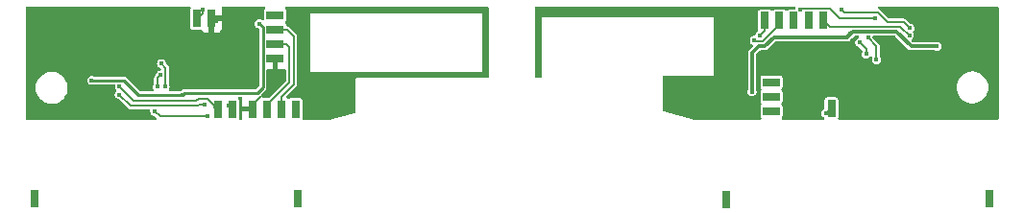
<source format=gbr>
%TF.GenerationSoftware,KiCad,Pcbnew,8.0.1*%
%TF.CreationDate,2024-08-12T12:56:14+02:00*%
%TF.ProjectId,Test_NH,54657374-5f4e-4482-9e6b-696361645f70,rev?*%
%TF.SameCoordinates,Original*%
%TF.FileFunction,Copper,L2,Bot*%
%TF.FilePolarity,Positive*%
%FSLAX46Y46*%
G04 Gerber Fmt 4.6, Leading zero omitted, Abs format (unit mm)*
G04 Created by KiCad (PCBNEW 8.0.1) date 2024-08-12 12:56:14*
%MOMM*%
%LPD*%
G01*
G04 APERTURE LIST*
%TA.AperFunction,ComponentPad*%
%ADD10R,0.900000X0.500000*%
%TD*%
%TA.AperFunction,SMDPad,CuDef*%
%ADD11R,0.800000X1.524000*%
%TD*%
%TA.AperFunction,SMDPad,CuDef*%
%ADD12R,1.524000X0.800000*%
%TD*%
%TA.AperFunction,ViaPad*%
%ADD13C,0.400000*%
%TD*%
%TA.AperFunction,Conductor*%
%ADD14C,0.200000*%
%TD*%
%TA.AperFunction,Conductor*%
%ADD15C,0.400000*%
%TD*%
%TA.AperFunction,Conductor*%
%ADD16C,0.300000*%
%TD*%
%TA.AperFunction,Conductor*%
%ADD17C,0.250000*%
%TD*%
G04 APERTURE END LIST*
D10*
%TO.P,AE1,2,Shield*%
%TO.N,GND*%
X132455000Y-104487500D03*
%TD*%
%TO.P,AE2,2,Shield*%
%TO.N,GND*%
X166140000Y-99140000D03*
%TD*%
D11*
%TO.P,J6,1,Pin_1*%
%TO.N,Net-(J4-Pin_1)*%
X130390000Y-115365000D03*
%TD*%
%TO.P,MK2,1,-*%
%TO.N,GND*%
X176170000Y-107425000D03*
%TO.P,MK2,2,+*%
%TO.N,/MIC_BIAS*%
X177440000Y-107425000D03*
%TD*%
%TO.P,J1,1,Pin_1*%
%TO.N,/VBUS*%
X130220000Y-107480000D03*
%TO.P,J1,2,Pin_2*%
%TO.N,/USBDP*%
X128950000Y-107480000D03*
%TO.P,J1,3,Pin_3*%
%TO.N,/USBDM*%
X127680000Y-107480000D03*
%TO.P,J1,4,Pin_4*%
%TO.N,GND*%
X126410000Y-107480000D03*
%TD*%
%TO.P,J7,1,Pin_1*%
%TO.N,/VBUS*%
X174120000Y-99665000D03*
%TO.P,J7,2,Pin_2*%
%TO.N,/USBDP*%
X172850000Y-99665000D03*
%TO.P,J7,3,Pin_3*%
%TO.N,/USBDM*%
X171580000Y-99665000D03*
%TO.P,J7,4,Pin_4*%
%TO.N,GND*%
X170310000Y-99665000D03*
%TD*%
%TO.P,J5,1,Pin_1*%
%TO.N,Net-(J3-Pin_1)*%
X107230000Y-115385000D03*
%TD*%
%TO.P,LS1,1,1*%
%TO.N,/TX*%
X175470000Y-99670000D03*
%TO.P,LS1,2,2*%
%TO.N,/INT1*%
X176740000Y-99670000D03*
%TD*%
%TO.P,J12,1,Pin_1*%
%TO.N,Net-(J10-Pin_1)*%
X191340000Y-115435000D03*
%TD*%
D12*
%TO.P,J2,1,Pin_1*%
%TO.N,Net-(J2-Pin_1)*%
X128415000Y-99230000D03*
%TO.P,J2,2,Pin_2*%
%TO.N,/USBDP*%
X128415000Y-100500000D03*
%TO.P,J2,3,Pin_3*%
%TO.N,/USBDM*%
X128415000Y-101770000D03*
%TO.P,J2,4,Pin_4*%
%TO.N,GND*%
X128415000Y-103040000D03*
%TD*%
D11*
%TO.P,LS1,1,1*%
%TO.N,/TX*%
X124620000Y-107525000D03*
%TO.P,LS1,2,2*%
%TO.N,/INT1*%
X123350000Y-107525000D03*
%TD*%
%TO.P,J11,1,Pin_1*%
%TO.N,Net-(J11-Pin_1)*%
X168170000Y-115455000D03*
%TD*%
%TO.P,MK1,1,-*%
%TO.N,GND*%
X122820000Y-99505000D03*
%TO.P,MK1,2,+*%
%TO.N,/MIC_BIAS*%
X121550000Y-99505000D03*
%TD*%
D12*
%TO.P,J8,1,Pin_1*%
%TO.N,Net-(J8-Pin_1)*%
X172160000Y-107675000D03*
%TO.P,J8,2,Pin_2*%
%TO.N,/USBDP*%
X172160000Y-106405000D03*
%TO.P,J8,3,Pin_3*%
%TO.N,/USBDM*%
X172160000Y-105135000D03*
%TO.P,J8,4,Pin_4*%
%TO.N,GND*%
X172160000Y-103865000D03*
%TD*%
D13*
%TO.N,GND*%
X113010000Y-107240000D03*
X118850000Y-99150000D03*
X170310000Y-99665000D03*
X122870000Y-102480000D03*
X177030000Y-103530000D03*
X126410000Y-107480000D03*
X131970000Y-106810000D03*
X114580000Y-99900000D03*
X172160000Y-103865000D03*
X188550000Y-107360000D03*
X179660000Y-106310000D03*
X123183070Y-99689291D03*
X118080000Y-100850000D03*
X115620000Y-101530000D03*
X188550000Y-106730000D03*
X126610000Y-102760000D03*
X177030000Y-102610000D03*
X180570000Y-108090000D03*
X109240000Y-101950000D03*
X176409707Y-106522552D03*
X117350000Y-99440000D03*
X119870000Y-98920000D03*
X117090000Y-108160000D03*
X121960000Y-104310000D03*
X177950000Y-104460000D03*
X121030000Y-102470000D03*
X128415000Y-103040000D03*
X108450000Y-101070000D03*
X125310000Y-102760000D03*
X121030000Y-103380000D03*
X184790000Y-102650000D03*
X111510000Y-107210000D03*
X168540000Y-103280000D03*
X182570000Y-98840000D03*
X177030000Y-104460000D03*
X112240000Y-107230000D03*
X176100000Y-104460000D03*
X188900000Y-98910000D03*
X187677500Y-105380000D03*
X179730000Y-107862500D03*
X122880000Y-103370000D03*
X188440000Y-103990000D03*
X176100000Y-102620000D03*
X177950000Y-103540000D03*
X125960000Y-102760000D03*
X110512050Y-101105000D03*
X130870000Y-102650000D03*
X183990000Y-107510000D03*
X114860000Y-103220000D03*
X121030000Y-104310000D03*
X121950000Y-103390000D03*
X177950000Y-102610000D03*
X169690000Y-103270000D03*
X187670000Y-99880000D03*
X169090000Y-103270000D03*
X122880000Y-104290000D03*
X121960000Y-102490000D03*
X176100000Y-103540000D03*
X188550000Y-108050000D03*
%TO.N,+BATT*%
X112240000Y-104955000D03*
X179130000Y-100870000D03*
X186746900Y-101950000D03*
X127015000Y-99962500D03*
X170440000Y-105960000D03*
X120220000Y-106260000D03*
%TO.N,Net-(J8-Pin_1)*%
X172160000Y-107675000D03*
%TO.N,Net-(J11-Pin_1)*%
X168140000Y-115470000D03*
%TO.N,Net-(J10-Pin_1)*%
X191380000Y-115440000D03*
%TO.N,/MIC_BIAS*%
X122020018Y-98739000D03*
X176970002Y-107862500D03*
%TO.N,Net-(J2-Pin_1)*%
X128415000Y-99230000D03*
%TO.N,Net-(J3-Pin_1)*%
X107240000Y-115410000D03*
%TO.N,Net-(J4-Pin_1)*%
X130390000Y-115350000D03*
%TO.N,/VBUS*%
X174120000Y-99665000D03*
X117800001Y-107690000D03*
X174664204Y-98680153D03*
X130220000Y-107480000D03*
X122420000Y-108150000D03*
X181310000Y-99460000D03*
%TO.N,/USBDP*%
X128415000Y-100500000D03*
X172160000Y-106405000D03*
X170650000Y-101400000D03*
%TO.N,/USBDM*%
X171105961Y-101010000D03*
X128415000Y-101770000D03*
X172160000Y-105135000D03*
%TO.N,/CS*%
X118400000Y-103485000D03*
X181414607Y-103134607D03*
X180670000Y-101210000D03*
X118700000Y-105510000D03*
%TO.N,/CLK*%
X180500000Y-102635000D03*
X179940000Y-101635000D03*
X118040000Y-105510000D03*
X118260000Y-104510000D03*
%TO.N,/INT2*%
X184371329Y-100354222D03*
X122160000Y-107100000D03*
X178310428Y-98692958D03*
X114681446Y-106218554D03*
%TO.N,/INT1*%
X123127500Y-107302500D03*
X176730000Y-99670000D03*
X184300000Y-100990000D03*
X114690000Y-105520000D03*
%TO.N,/TX*%
X124272500Y-107177500D03*
X175470000Y-99670000D03*
%TD*%
D14*
%TO.N,GND*%
X123183070Y-99689291D02*
X123004291Y-99689291D01*
X123004291Y-99689291D02*
X122820000Y-99505000D01*
X127210000Y-106330000D02*
X127690000Y-106330000D01*
X126410000Y-107480000D02*
X126410000Y-107130000D01*
X176409707Y-106522552D02*
X176409707Y-107185293D01*
D15*
X125960000Y-102760000D02*
X125310000Y-102760000D01*
D14*
X176409707Y-107185293D02*
X176170000Y-107425000D01*
X126410000Y-107130000D02*
X127210000Y-106330000D01*
D16*
%TO.N,+BATT*%
X171560000Y-101960000D02*
X171020000Y-101960000D01*
X179130000Y-100870000D02*
X179340000Y-100660000D01*
X171020000Y-101960000D02*
X170440000Y-102540000D01*
D17*
X115085000Y-104955000D02*
X116390000Y-106260000D01*
X120220000Y-106260000D02*
X120400000Y-106080000D01*
D16*
X170440000Y-102540000D02*
X170440000Y-105960000D01*
X183192182Y-100660000D02*
X184482182Y-101950000D01*
X172370000Y-101150000D02*
X171560000Y-101960000D01*
X184482182Y-101950000D02*
X186746900Y-101950000D01*
X179340000Y-100660000D02*
X183192182Y-100660000D01*
D17*
X126850000Y-106080000D02*
X127328000Y-105602000D01*
X116390000Y-106260000D02*
X120220000Y-106260000D01*
X127328000Y-100275500D02*
X127015000Y-99962500D01*
X127328000Y-105602000D02*
X127328000Y-100275500D01*
D16*
X178850000Y-101150000D02*
X172370000Y-101150000D01*
X179130000Y-100870000D02*
X178850000Y-101150000D01*
D17*
X112240000Y-104955000D02*
X115085000Y-104955000D01*
X120400000Y-106080000D02*
X126850000Y-106080000D01*
D16*
%TO.N,Net-(J11-Pin_1)*%
X168155000Y-115455000D02*
X168140000Y-115470000D01*
X168170000Y-115455000D02*
X168155000Y-115455000D01*
%TO.N,Net-(J10-Pin_1)*%
X191375000Y-115435000D02*
X191380000Y-115440000D01*
X191340000Y-115435000D02*
X191375000Y-115435000D01*
D14*
%TO.N,/MIC_BIAS*%
X122020018Y-98739000D02*
X122020018Y-99034982D01*
X122020018Y-99034982D02*
X121550000Y-99505000D01*
X177002500Y-107862500D02*
X177440000Y-107425000D01*
X176970002Y-107862500D02*
X177002500Y-107862500D01*
D16*
%TO.N,Net-(J3-Pin_1)*%
X107230000Y-115385000D02*
X107230000Y-115400000D01*
X107230000Y-115400000D02*
X107240000Y-115410000D01*
%TO.N,Net-(J4-Pin_1)*%
X130390000Y-115365000D02*
X130390000Y-115350000D01*
D14*
%TO.N,/VBUS*%
X174736357Y-98608000D02*
X177318000Y-98608000D01*
X177318000Y-98608000D02*
X178170000Y-99460000D01*
X118260001Y-108150000D02*
X122420000Y-108150000D01*
X178170000Y-99460000D02*
X181310000Y-99460000D01*
X174664204Y-98680153D02*
X174736357Y-98608000D01*
X117800001Y-107690000D02*
X118260001Y-108150000D01*
%TO.N,/USBDP*%
X130050000Y-101110000D02*
X129440000Y-100500000D01*
X170650000Y-101400000D02*
X170760000Y-101510000D01*
X128950000Y-106405686D02*
X130050000Y-105305686D01*
X130050000Y-105305686D02*
X130050000Y-104150000D01*
X128950000Y-107480000D02*
X128950000Y-106405686D01*
X170760000Y-101510000D02*
X171373604Y-101510000D01*
X129440000Y-100500000D02*
X128415000Y-100500000D01*
X130050000Y-104150000D02*
X130050000Y-101110000D01*
X171373604Y-101510000D02*
X172850000Y-100033604D01*
X172850000Y-100033604D02*
X172850000Y-99665000D01*
%TO.N,/USBDM*%
X127680000Y-107110000D02*
X129650000Y-105140000D01*
X171580000Y-100535961D02*
X171580000Y-99665000D01*
X129650000Y-102050000D02*
X129370000Y-101770000D01*
X129370000Y-101770000D02*
X128415000Y-101770000D01*
X129650000Y-105140000D02*
X129650000Y-102050000D01*
X127680000Y-107480000D02*
X127680000Y-107110000D01*
X127680000Y-107480000D02*
X127642000Y-107442000D01*
X171105961Y-101010000D02*
X171580000Y-100535961D01*
%TO.N,/CS*%
X118760000Y-103845000D02*
X118400000Y-103485000D01*
X118760000Y-105450000D02*
X118760000Y-103845000D01*
X181414607Y-101954607D02*
X180670000Y-101210000D01*
X118700000Y-105510000D02*
X118760000Y-105450000D01*
X181414607Y-103134607D02*
X181414607Y-101954607D01*
%TO.N,/CLK*%
X118040000Y-105510000D02*
X118040000Y-104730000D01*
X180500000Y-102195000D02*
X179940000Y-101635000D01*
X118040000Y-104730000D02*
X118260000Y-104510000D01*
X180500000Y-102635000D02*
X180500000Y-102195000D01*
%TO.N,/INT2*%
X115652892Y-107190000D02*
X114681446Y-106218554D01*
X178567470Y-98950000D02*
X181540000Y-98950000D01*
X183827107Y-99810000D02*
X184371329Y-100354222D01*
X122160000Y-107100000D02*
X121725686Y-107100000D01*
X182400000Y-99810000D02*
X183827107Y-99810000D01*
X121635686Y-107190000D02*
X115652892Y-107190000D01*
X121725686Y-107100000D02*
X121635686Y-107190000D01*
X178310428Y-98692958D02*
X178567470Y-98950000D01*
X181540000Y-98950000D02*
X182400000Y-99810000D01*
%TO.N,/INT1*%
X123127500Y-107302500D02*
X123350000Y-107525000D01*
X115960000Y-106790000D02*
X114690000Y-105520000D01*
X177280000Y-100210000D02*
X183520000Y-100210000D01*
X121470000Y-106790000D02*
X115960000Y-106790000D01*
X123127500Y-107302500D02*
X122425000Y-106600000D01*
X122425000Y-106600000D02*
X121660000Y-106600000D01*
X176740000Y-99670000D02*
X177280000Y-100210000D01*
X121660000Y-106600000D02*
X121470000Y-106790000D01*
X183520000Y-100210000D02*
X184300000Y-100990000D01*
%TO.N,/TX*%
X124272500Y-107177500D02*
X124620000Y-107525000D01*
%TD*%
%TA.AperFunction,Conductor*%
%TO.N,GND*%
G36*
X174220898Y-98445185D02*
G01*
X174266653Y-98497989D01*
X174276597Y-98567147D01*
X174276332Y-98568897D01*
X174271739Y-98597897D01*
X174241810Y-98661032D01*
X174182499Y-98697964D01*
X174149266Y-98702500D01*
X173700247Y-98702500D01*
X173641770Y-98714131D01*
X173641769Y-98714132D01*
X173575446Y-98758448D01*
X173572681Y-98761214D01*
X173511358Y-98794699D01*
X173441666Y-98789715D01*
X173397319Y-98761214D01*
X173394553Y-98758448D01*
X173328230Y-98714132D01*
X173328229Y-98714131D01*
X173269752Y-98702500D01*
X173269748Y-98702500D01*
X172430252Y-98702500D01*
X172430247Y-98702500D01*
X172371770Y-98714131D01*
X172371769Y-98714132D01*
X172305446Y-98758448D01*
X172302681Y-98761214D01*
X172241358Y-98794699D01*
X172171666Y-98789715D01*
X172127319Y-98761214D01*
X172124553Y-98758448D01*
X172058230Y-98714132D01*
X172058229Y-98714131D01*
X171999752Y-98702500D01*
X171999748Y-98702500D01*
X171160252Y-98702500D01*
X171160247Y-98702500D01*
X171101770Y-98714131D01*
X171101769Y-98714132D01*
X171035447Y-98758447D01*
X170991132Y-98824769D01*
X170991131Y-98824770D01*
X170979500Y-98883247D01*
X170979500Y-100446747D01*
X170993371Y-100516484D01*
X170987143Y-100586075D01*
X170944279Y-100641252D01*
X170928050Y-100651158D01*
X170867618Y-100681950D01*
X170867613Y-100681954D01*
X170777915Y-100771652D01*
X170777912Y-100771657D01*
X170777911Y-100771658D01*
X170763725Y-100799500D01*
X170720314Y-100884697D01*
X170718376Y-100896933D01*
X170688443Y-100960067D01*
X170629130Y-100996995D01*
X170615301Y-101000003D01*
X170524698Y-101014352D01*
X170460980Y-101046819D01*
X170411658Y-101071950D01*
X170411657Y-101071951D01*
X170411652Y-101071954D01*
X170321954Y-101161652D01*
X170321951Y-101161657D01*
X170321950Y-101161658D01*
X170303410Y-101198045D01*
X170264352Y-101274698D01*
X170264352Y-101274699D01*
X170244508Y-101399996D01*
X170244508Y-101400003D01*
X170264352Y-101525300D01*
X170264352Y-101525301D01*
X170264354Y-101525304D01*
X170321950Y-101638342D01*
X170321952Y-101638344D01*
X170321954Y-101638347D01*
X170411652Y-101728045D01*
X170411654Y-101728046D01*
X170411658Y-101728050D01*
X170487880Y-101766887D01*
X170538675Y-101814861D01*
X170555470Y-101882682D01*
X170532933Y-101948817D01*
X170519265Y-101965052D01*
X170159531Y-102324786D01*
X170159527Y-102324791D01*
X170127936Y-102379510D01*
X170127936Y-102379511D01*
X170113386Y-102404710D01*
X170089500Y-102493856D01*
X170089500Y-105735948D01*
X170075985Y-105792242D01*
X170054352Y-105834698D01*
X170034508Y-105959996D01*
X170034508Y-105960003D01*
X170054352Y-106085300D01*
X170054352Y-106085301D01*
X170054354Y-106085304D01*
X170111950Y-106198342D01*
X170111952Y-106198344D01*
X170111954Y-106198347D01*
X170201652Y-106288045D01*
X170201654Y-106288046D01*
X170201658Y-106288050D01*
X170314696Y-106345646D01*
X170314697Y-106345646D01*
X170314699Y-106345647D01*
X170439997Y-106365492D01*
X170440000Y-106365492D01*
X170440003Y-106365492D01*
X170565300Y-106345647D01*
X170565301Y-106345647D01*
X170565302Y-106345646D01*
X170565304Y-106345646D01*
X170678342Y-106288050D01*
X170768050Y-106198342D01*
X170825646Y-106085304D01*
X170825646Y-106085302D01*
X170825647Y-106085301D01*
X170825647Y-106085300D01*
X170845492Y-105960003D01*
X170845492Y-105959996D01*
X170825647Y-105834698D01*
X170804015Y-105792242D01*
X170790500Y-105735948D01*
X170790500Y-102736544D01*
X170810185Y-102669505D01*
X170826819Y-102648863D01*
X171128863Y-102346819D01*
X171190186Y-102313334D01*
X171216544Y-102310500D01*
X171606142Y-102310500D01*
X171606144Y-102310500D01*
X171695288Y-102286614D01*
X171710121Y-102278050D01*
X171775212Y-102240470D01*
X172478863Y-101536819D01*
X172540186Y-101503334D01*
X172566544Y-101500500D01*
X178896142Y-101500500D01*
X178896144Y-101500500D01*
X178985288Y-101476614D01*
X178995985Y-101470438D01*
X179065212Y-101430470D01*
X179211638Y-101284042D01*
X179247593Y-101262014D01*
X179246607Y-101260078D01*
X179308881Y-101228347D01*
X179368342Y-101198050D01*
X179458050Y-101108342D01*
X179473406Y-101078203D01*
X179521380Y-101027409D01*
X179583890Y-101010500D01*
X179766976Y-101010500D01*
X179834015Y-101030185D01*
X179879770Y-101082989D01*
X179889714Y-101152147D01*
X179860689Y-101215703D01*
X179823271Y-101244985D01*
X179814696Y-101249353D01*
X179814696Y-101249354D01*
X179701658Y-101306950D01*
X179701657Y-101306951D01*
X179701652Y-101306954D01*
X179611954Y-101396652D01*
X179611951Y-101396657D01*
X179611950Y-101396658D01*
X179610246Y-101400003D01*
X179554352Y-101509698D01*
X179554352Y-101509699D01*
X179534508Y-101634996D01*
X179534508Y-101635003D01*
X179554352Y-101760300D01*
X179554352Y-101760301D01*
X179559342Y-101770094D01*
X179611950Y-101873342D01*
X179611952Y-101873344D01*
X179611954Y-101873347D01*
X179701652Y-101963045D01*
X179701654Y-101963046D01*
X179701658Y-101963050D01*
X179814696Y-102020646D01*
X179877062Y-102030523D01*
X179940194Y-102060451D01*
X179945344Y-102065315D01*
X180143598Y-102263569D01*
X180177083Y-102324892D01*
X180172099Y-102394584D01*
X180166402Y-102407544D01*
X180114353Y-102509695D01*
X180114352Y-102509699D01*
X180094508Y-102634996D01*
X180094508Y-102635003D01*
X180114352Y-102760300D01*
X180114352Y-102760301D01*
X180114354Y-102760304D01*
X180171950Y-102873342D01*
X180171952Y-102873344D01*
X180171954Y-102873347D01*
X180261652Y-102963045D01*
X180261654Y-102963046D01*
X180261658Y-102963050D01*
X180374696Y-103020646D01*
X180374697Y-103020646D01*
X180374699Y-103020647D01*
X180499997Y-103040492D01*
X180500000Y-103040492D01*
X180500003Y-103040492D01*
X180625300Y-103020647D01*
X180625301Y-103020647D01*
X180625302Y-103020646D01*
X180625304Y-103020646D01*
X180738342Y-102963050D01*
X180825881Y-102875510D01*
X180887202Y-102842027D01*
X180956894Y-102847011D01*
X181012828Y-102888882D01*
X181037245Y-102954346D01*
X181031493Y-103001509D01*
X181028959Y-103009306D01*
X181009115Y-103134603D01*
X181009115Y-103134610D01*
X181028959Y-103259907D01*
X181028959Y-103259908D01*
X181028961Y-103259911D01*
X181086557Y-103372949D01*
X181086559Y-103372951D01*
X181086561Y-103372954D01*
X181176259Y-103462652D01*
X181176261Y-103462653D01*
X181176265Y-103462657D01*
X181289303Y-103520253D01*
X181289304Y-103520253D01*
X181289306Y-103520254D01*
X181414604Y-103540099D01*
X181414607Y-103540099D01*
X181414610Y-103540099D01*
X181539907Y-103520254D01*
X181539908Y-103520254D01*
X181539909Y-103520253D01*
X181539911Y-103520253D01*
X181652949Y-103462657D01*
X181742657Y-103372949D01*
X181800253Y-103259911D01*
X181800253Y-103259909D01*
X181800254Y-103259908D01*
X181800254Y-103259907D01*
X181820099Y-103134610D01*
X181820099Y-103134603D01*
X181800254Y-103009306D01*
X181800254Y-103009305D01*
X181796282Y-103001509D01*
X181742657Y-102896265D01*
X181742654Y-102896262D01*
X181742653Y-102896260D01*
X181738786Y-102890936D01*
X181715309Y-102825129D01*
X181715107Y-102818055D01*
X181715107Y-101915046D01*
X181706435Y-101882682D01*
X181694628Y-101838618D01*
X181672706Y-101800647D01*
X181655071Y-101770102D01*
X181655065Y-101770094D01*
X181107152Y-101222181D01*
X181073667Y-101160858D01*
X181078651Y-101091166D01*
X181120523Y-101035233D01*
X181185987Y-101010816D01*
X181194833Y-101010500D01*
X182995638Y-101010500D01*
X183062677Y-101030185D01*
X183083319Y-101046819D01*
X184266969Y-102230469D01*
X184266970Y-102230470D01*
X184266972Y-102230471D01*
X184299676Y-102249352D01*
X184299678Y-102249354D01*
X184299679Y-102249354D01*
X184346894Y-102276614D01*
X184436038Y-102300500D01*
X186522848Y-102300500D01*
X186579142Y-102314015D01*
X186596480Y-102322848D01*
X186621596Y-102335646D01*
X186621597Y-102335646D01*
X186621599Y-102335647D01*
X186621598Y-102335647D01*
X186746897Y-102355492D01*
X186746900Y-102355492D01*
X186746903Y-102355492D01*
X186872200Y-102335647D01*
X186872201Y-102335647D01*
X186872202Y-102335646D01*
X186872204Y-102335646D01*
X186985242Y-102278050D01*
X187074950Y-102188342D01*
X187132546Y-102075304D01*
X187132546Y-102075302D01*
X187132547Y-102075301D01*
X187132547Y-102075300D01*
X187152392Y-101950003D01*
X187152392Y-101949996D01*
X187132547Y-101824699D01*
X187132547Y-101824698D01*
X187120136Y-101800340D01*
X187074950Y-101711658D01*
X187074946Y-101711654D01*
X187074945Y-101711652D01*
X186985247Y-101621954D01*
X186985244Y-101621952D01*
X186985242Y-101621950D01*
X186872204Y-101564354D01*
X186872203Y-101564353D01*
X186872200Y-101564352D01*
X186746903Y-101544508D01*
X186746897Y-101544508D01*
X186621598Y-101564352D01*
X186579142Y-101585985D01*
X186522848Y-101599500D01*
X184678726Y-101599500D01*
X184611687Y-101579815D01*
X184591045Y-101563181D01*
X184529550Y-101501686D01*
X184496065Y-101440363D01*
X184501049Y-101370671D01*
X184533634Y-101327143D01*
X184531442Y-101324951D01*
X184628045Y-101228347D01*
X184628050Y-101228342D01*
X184685646Y-101115304D01*
X184685646Y-101115302D01*
X184685647Y-101115301D01*
X184685647Y-101115300D01*
X184705492Y-100990003D01*
X184705492Y-100989996D01*
X184685647Y-100864699D01*
X184685647Y-100864698D01*
X184643811Y-100782591D01*
X184639325Y-100773787D01*
X184626430Y-100705120D01*
X184652706Y-100640379D01*
X184662131Y-100629812D01*
X184699375Y-100592568D01*
X184699379Y-100592564D01*
X184756975Y-100479526D01*
X184756975Y-100479524D01*
X184756976Y-100479523D01*
X184756976Y-100479522D01*
X184776821Y-100354225D01*
X184776821Y-100354218D01*
X184756976Y-100228921D01*
X184756976Y-100228920D01*
X184746894Y-100209133D01*
X184699379Y-100115880D01*
X184699375Y-100115876D01*
X184699374Y-100115874D01*
X184609676Y-100026176D01*
X184609673Y-100026174D01*
X184609671Y-100026172D01*
X184496633Y-99968576D01*
X184496632Y-99968575D01*
X184496629Y-99968574D01*
X184434266Y-99958697D01*
X184371131Y-99928767D01*
X184365983Y-99923905D01*
X184011617Y-99569539D01*
X183999319Y-99562439D01*
X183987021Y-99555339D01*
X183943098Y-99529980D01*
X183943097Y-99529979D01*
X183917620Y-99523152D01*
X183866669Y-99509500D01*
X183866667Y-99509500D01*
X182575833Y-99509500D01*
X182508794Y-99489815D01*
X182488152Y-99473181D01*
X181724510Y-98709539D01*
X181710150Y-98701249D01*
X181695790Y-98692958D01*
X181655989Y-98669979D01*
X181655988Y-98669978D01*
X181655984Y-98669977D01*
X181653359Y-98669274D01*
X181651393Y-98668075D01*
X181648482Y-98666870D01*
X181648670Y-98666415D01*
X181593699Y-98632909D01*
X181563171Y-98570061D01*
X181571466Y-98500686D01*
X181615953Y-98446808D01*
X181682505Y-98425535D01*
X181685454Y-98425500D01*
X192050500Y-98425500D01*
X192117539Y-98445185D01*
X192163294Y-98497989D01*
X192174500Y-98549500D01*
X192174500Y-108300500D01*
X192154815Y-108367539D01*
X192102011Y-108413294D01*
X192050500Y-108424500D01*
X178148281Y-108424500D01*
X178081242Y-108404815D01*
X178035487Y-108352011D01*
X178025543Y-108282853D01*
X178026664Y-108276309D01*
X178040499Y-108206752D01*
X178040500Y-108206750D01*
X178040500Y-106643249D01*
X178040499Y-106643247D01*
X178028868Y-106584770D01*
X178028867Y-106584769D01*
X177984552Y-106518447D01*
X177918230Y-106474132D01*
X177918229Y-106474131D01*
X177859752Y-106462500D01*
X177859748Y-106462500D01*
X177020252Y-106462500D01*
X177020247Y-106462500D01*
X176961770Y-106474131D01*
X176961769Y-106474132D01*
X176895447Y-106518447D01*
X176851132Y-106584769D01*
X176851131Y-106584770D01*
X176839500Y-106643247D01*
X176839500Y-107403515D01*
X176819815Y-107470554D01*
X176771795Y-107513999D01*
X176731660Y-107534448D01*
X176731659Y-107534450D01*
X176641956Y-107624152D01*
X176641953Y-107624157D01*
X176584354Y-107737198D01*
X176584354Y-107737199D01*
X176564510Y-107862496D01*
X176564510Y-107862503D01*
X176584354Y-107987800D01*
X176584354Y-107987801D01*
X176584356Y-107987804D01*
X176641952Y-108100842D01*
X176641954Y-108100844D01*
X176641956Y-108100847D01*
X176731654Y-108190545D01*
X176731657Y-108190547D01*
X176731660Y-108190550D01*
X176731662Y-108190551D01*
X176739552Y-108196283D01*
X176738614Y-108197573D01*
X176781408Y-108237991D01*
X176798202Y-108305813D01*
X176775663Y-108371947D01*
X176720948Y-108415398D01*
X176674316Y-108424500D01*
X173160967Y-108424500D01*
X173093928Y-108404815D01*
X173048173Y-108352011D01*
X173038229Y-108282853D01*
X173061860Y-108231106D01*
X173059767Y-108229707D01*
X173085934Y-108190545D01*
X173110867Y-108153231D01*
X173110867Y-108153229D01*
X173110868Y-108153229D01*
X173122499Y-108094752D01*
X173122500Y-108094750D01*
X173122500Y-107255249D01*
X173122499Y-107255247D01*
X173110868Y-107196770D01*
X173110867Y-107196769D01*
X173066551Y-107130446D01*
X173063786Y-107127681D01*
X173030301Y-107066358D01*
X173035285Y-106996666D01*
X173063786Y-106952319D01*
X173066551Y-106949553D01*
X173074740Y-106937298D01*
X173110867Y-106883231D01*
X173110867Y-106883229D01*
X173110868Y-106883229D01*
X173122499Y-106824752D01*
X173122500Y-106824750D01*
X173122500Y-105985249D01*
X173122499Y-105985247D01*
X173110868Y-105926770D01*
X173110867Y-105926769D01*
X173066551Y-105860446D01*
X173063786Y-105857681D01*
X173030301Y-105796358D01*
X173035285Y-105726666D01*
X173063786Y-105682319D01*
X173066551Y-105679553D01*
X173066552Y-105679552D01*
X173110867Y-105613231D01*
X173110867Y-105613229D01*
X173110868Y-105613229D01*
X173118473Y-105574993D01*
X188459700Y-105574993D01*
X188459700Y-105575006D01*
X188478864Y-105806297D01*
X188478866Y-105806308D01*
X188535842Y-106031300D01*
X188629075Y-106243848D01*
X188756016Y-106438147D01*
X188756019Y-106438151D01*
X188756021Y-106438153D01*
X188913216Y-106608913D01*
X188913219Y-106608915D01*
X188913222Y-106608918D01*
X189096365Y-106751464D01*
X189096371Y-106751468D01*
X189096374Y-106751470D01*
X189300497Y-106861936D01*
X189414487Y-106901068D01*
X189520015Y-106937297D01*
X189520017Y-106937297D01*
X189520019Y-106937298D01*
X189748951Y-106975500D01*
X189748952Y-106975500D01*
X189981048Y-106975500D01*
X189981049Y-106975500D01*
X190209981Y-106937298D01*
X190429503Y-106861936D01*
X190633626Y-106751470D01*
X190816784Y-106608913D01*
X190973979Y-106438153D01*
X191100924Y-106243849D01*
X191194157Y-106031300D01*
X191251134Y-105806305D01*
X191251284Y-105804500D01*
X191270300Y-105575006D01*
X191270300Y-105574993D01*
X191251135Y-105343702D01*
X191251133Y-105343691D01*
X191194157Y-105118699D01*
X191100924Y-104906151D01*
X190973983Y-104711852D01*
X190973980Y-104711849D01*
X190973979Y-104711847D01*
X190816784Y-104541087D01*
X190816779Y-104541083D01*
X190816777Y-104541081D01*
X190633634Y-104398535D01*
X190633628Y-104398531D01*
X190429504Y-104288064D01*
X190429495Y-104288061D01*
X190209984Y-104212702D01*
X190038282Y-104184050D01*
X189981049Y-104174500D01*
X189748951Y-104174500D01*
X189703164Y-104182140D01*
X189520015Y-104212702D01*
X189300504Y-104288061D01*
X189300495Y-104288064D01*
X189096371Y-104398531D01*
X189096365Y-104398535D01*
X188913222Y-104541081D01*
X188913219Y-104541084D01*
X188756016Y-104711852D01*
X188629075Y-104906151D01*
X188535842Y-105118699D01*
X188478866Y-105343691D01*
X188478864Y-105343702D01*
X188459700Y-105574993D01*
X173118473Y-105574993D01*
X173122499Y-105554752D01*
X173122500Y-105554750D01*
X173122500Y-104715249D01*
X173122499Y-104715247D01*
X173110868Y-104656770D01*
X173110867Y-104656769D01*
X173066552Y-104590447D01*
X173000230Y-104546132D01*
X173000229Y-104546131D01*
X172941752Y-104534500D01*
X172941748Y-104534500D01*
X171378252Y-104534500D01*
X171378247Y-104534500D01*
X171319770Y-104546131D01*
X171319769Y-104546132D01*
X171253447Y-104590447D01*
X171209132Y-104656769D01*
X171209131Y-104656770D01*
X171197500Y-104715247D01*
X171197500Y-105554752D01*
X171209131Y-105613229D01*
X171209132Y-105613230D01*
X171253448Y-105679553D01*
X171256214Y-105682319D01*
X171289699Y-105743642D01*
X171284715Y-105813334D01*
X171256214Y-105857681D01*
X171253448Y-105860446D01*
X171209132Y-105926769D01*
X171209131Y-105926770D01*
X171197500Y-105985247D01*
X171197500Y-106824752D01*
X171209131Y-106883229D01*
X171209132Y-106883230D01*
X171253448Y-106949553D01*
X171256214Y-106952319D01*
X171289699Y-107013642D01*
X171284715Y-107083334D01*
X171256214Y-107127681D01*
X171253448Y-107130446D01*
X171209132Y-107196769D01*
X171209131Y-107196770D01*
X171197500Y-107255247D01*
X171197500Y-108094752D01*
X171209131Y-108153229D01*
X171209132Y-108153230D01*
X171260233Y-108229707D01*
X171257084Y-108231810D01*
X171280199Y-108274142D01*
X171275215Y-108343834D01*
X171233343Y-108399767D01*
X171167879Y-108424184D01*
X171159033Y-108424500D01*
X165433696Y-108424500D01*
X165402505Y-108420513D01*
X162693309Y-107716400D01*
X162633376Y-107680485D01*
X162602375Y-107617870D01*
X162600500Y-107596387D01*
X162600500Y-104795010D01*
X162600499Y-104795007D01*
X162585200Y-104758071D01*
X162578417Y-104747920D01*
X162580526Y-104746510D01*
X162555325Y-104700358D01*
X162560309Y-104630666D01*
X162602181Y-104574733D01*
X162667645Y-104550316D01*
X162676491Y-104550000D01*
X167110000Y-104550000D01*
X167110000Y-99370000D01*
X167100000Y-99360000D01*
X151910000Y-99360000D01*
X151910000Y-104590500D01*
X151890315Y-104657539D01*
X151837511Y-104703294D01*
X151786000Y-104714500D01*
X151449500Y-104714500D01*
X151382461Y-104694815D01*
X151336706Y-104642011D01*
X151325500Y-104590500D01*
X151325500Y-98549500D01*
X151345185Y-98482461D01*
X151397989Y-98436706D01*
X151449500Y-98425500D01*
X174153859Y-98425500D01*
X174220898Y-98445185D01*
G37*
%TD.AperFunction*%
%TD*%
%TA.AperFunction,Conductor*%
%TO.N,GND*%
G36*
X120929331Y-98485185D02*
G01*
X120975086Y-98537989D01*
X120985030Y-98607147D01*
X120965395Y-98658389D01*
X120961133Y-98664767D01*
X120961131Y-98664770D01*
X120949500Y-98723247D01*
X120949500Y-100286752D01*
X120961131Y-100345229D01*
X120961132Y-100345230D01*
X121005447Y-100411552D01*
X121071769Y-100455867D01*
X121071770Y-100455868D01*
X121130247Y-100467499D01*
X121130250Y-100467500D01*
X121883444Y-100467500D01*
X121950483Y-100487185D01*
X121982710Y-100517189D01*
X122062809Y-100624187D01*
X122062812Y-100624190D01*
X122177906Y-100710350D01*
X122177913Y-100710354D01*
X122312620Y-100760596D01*
X122312627Y-100760598D01*
X122372155Y-100766999D01*
X122372172Y-100767000D01*
X122570000Y-100767000D01*
X123070000Y-100767000D01*
X123267828Y-100767000D01*
X123267844Y-100766999D01*
X123327372Y-100760598D01*
X123327379Y-100760596D01*
X123462086Y-100710354D01*
X123462093Y-100710350D01*
X123577187Y-100624190D01*
X123577190Y-100624187D01*
X123663350Y-100509093D01*
X123663354Y-100509086D01*
X123713596Y-100374379D01*
X123713598Y-100374372D01*
X123719999Y-100314844D01*
X123720000Y-100314827D01*
X123720000Y-99755000D01*
X123070000Y-99755000D01*
X123070000Y-100767000D01*
X122570000Y-100767000D01*
X122570000Y-99379000D01*
X122589685Y-99311961D01*
X122642489Y-99266206D01*
X122694000Y-99255000D01*
X123720000Y-99255000D01*
X123720000Y-98695172D01*
X123719999Y-98695155D01*
X123713598Y-98635627D01*
X123713596Y-98635619D01*
X123712558Y-98632835D01*
X123712392Y-98630523D01*
X123711813Y-98628070D01*
X123712210Y-98627976D01*
X123707572Y-98563144D01*
X123741056Y-98501820D01*
X123802379Y-98468334D01*
X123828739Y-98465500D01*
X127429033Y-98465500D01*
X127496072Y-98485185D01*
X127541827Y-98537989D01*
X127551771Y-98607147D01*
X127522746Y-98670703D01*
X127516714Y-98677181D01*
X127508448Y-98685446D01*
X127464132Y-98751769D01*
X127464131Y-98751770D01*
X127452500Y-98810247D01*
X127452500Y-99535782D01*
X127432815Y-99602821D01*
X127380011Y-99648576D01*
X127310853Y-99658520D01*
X127262109Y-99638738D01*
X127262037Y-99638881D01*
X127260383Y-99638038D01*
X127255624Y-99636107D01*
X127253347Y-99634453D01*
X127253342Y-99634450D01*
X127140304Y-99576854D01*
X127140303Y-99576853D01*
X127140300Y-99576852D01*
X127015003Y-99557008D01*
X127014997Y-99557008D01*
X126889699Y-99576852D01*
X126889698Y-99576852D01*
X126838733Y-99602821D01*
X126776658Y-99634450D01*
X126776657Y-99634451D01*
X126776652Y-99634454D01*
X126686954Y-99724152D01*
X126686951Y-99724157D01*
X126629352Y-99837198D01*
X126629352Y-99837199D01*
X126609508Y-99962496D01*
X126609508Y-99962503D01*
X126629352Y-100087800D01*
X126629352Y-100087801D01*
X126629354Y-100087804D01*
X126686950Y-100200842D01*
X126686952Y-100200844D01*
X126686954Y-100200847D01*
X126776652Y-100290545D01*
X126776654Y-100290546D01*
X126776658Y-100290550D01*
X126889696Y-100348146D01*
X126897895Y-100349444D01*
X126961030Y-100379372D01*
X126997963Y-100438682D01*
X127002500Y-100471918D01*
X127002500Y-105415811D01*
X126982815Y-105482850D01*
X126966181Y-105503492D01*
X126751492Y-105718181D01*
X126690169Y-105751666D01*
X126663811Y-105754500D01*
X120357147Y-105754500D01*
X120274362Y-105776682D01*
X120274355Y-105776685D01*
X120230749Y-105801861D01*
X120200145Y-105819529D01*
X120200135Y-105819537D01*
X120183333Y-105836339D01*
X120122009Y-105869823D01*
X120115053Y-105871129D01*
X120094698Y-105874352D01*
X120052908Y-105895646D01*
X120003176Y-105920985D01*
X119946884Y-105934500D01*
X119135547Y-105934500D01*
X119068508Y-105914815D01*
X119022753Y-105862011D01*
X119012809Y-105792853D01*
X119025062Y-105754205D01*
X119028048Y-105748343D01*
X119028050Y-105748342D01*
X119085646Y-105635304D01*
X119085646Y-105635302D01*
X119085647Y-105635301D01*
X119085647Y-105635300D01*
X119105492Y-105510003D01*
X119105492Y-105509996D01*
X119085647Y-105384699D01*
X119085646Y-105384697D01*
X119085646Y-105384696D01*
X119074013Y-105361866D01*
X119060500Y-105305574D01*
X119060500Y-103805439D01*
X119040020Y-103729009D01*
X119040017Y-103729004D01*
X119000464Y-103660495D01*
X119000458Y-103660487D01*
X118830315Y-103490344D01*
X118796830Y-103429021D01*
X118795528Y-103422095D01*
X118785646Y-103359696D01*
X118728050Y-103246658D01*
X118728046Y-103246654D01*
X118728045Y-103246652D01*
X118638347Y-103156954D01*
X118638344Y-103156952D01*
X118638342Y-103156950D01*
X118525304Y-103099354D01*
X118525303Y-103099353D01*
X118525300Y-103099352D01*
X118400003Y-103079508D01*
X118399997Y-103079508D01*
X118274699Y-103099352D01*
X118274698Y-103099352D01*
X118199337Y-103137751D01*
X118161658Y-103156950D01*
X118161657Y-103156951D01*
X118161652Y-103156954D01*
X118071954Y-103246652D01*
X118071951Y-103246657D01*
X118014352Y-103359698D01*
X118014352Y-103359699D01*
X117994508Y-103484996D01*
X117994508Y-103485003D01*
X118014352Y-103610300D01*
X118014352Y-103610301D01*
X118014354Y-103610304D01*
X118071950Y-103723342D01*
X118071952Y-103723344D01*
X118071954Y-103723347D01*
X118161652Y-103813045D01*
X118161654Y-103813046D01*
X118161658Y-103813050D01*
X118274696Y-103870646D01*
X118274697Y-103870646D01*
X118281313Y-103874017D01*
X118332109Y-103921992D01*
X118348904Y-103989813D01*
X118326366Y-104055948D01*
X118271651Y-104099399D01*
X118244416Y-104106975D01*
X118134699Y-104124352D01*
X118134698Y-104124352D01*
X118060502Y-104162158D01*
X118021658Y-104181950D01*
X118021657Y-104181951D01*
X118021652Y-104181954D01*
X117931954Y-104271652D01*
X117931951Y-104271657D01*
X117874352Y-104384698D01*
X117864475Y-104447063D01*
X117834545Y-104510197D01*
X117829684Y-104515344D01*
X117799541Y-104545487D01*
X117799535Y-104545495D01*
X117759982Y-104614004D01*
X117759979Y-104614009D01*
X117739500Y-104690439D01*
X117739500Y-105193448D01*
X117719815Y-105260487D01*
X117715821Y-105266329D01*
X117711953Y-105271653D01*
X117711950Y-105271657D01*
X117711950Y-105271658D01*
X117697415Y-105300185D01*
X117654352Y-105384698D01*
X117654352Y-105384699D01*
X117634508Y-105509996D01*
X117634508Y-105510003D01*
X117654352Y-105635300D01*
X117654352Y-105635301D01*
X117659449Y-105645304D01*
X117711950Y-105748342D01*
X117711951Y-105748343D01*
X117714938Y-105754205D01*
X117727834Y-105822874D01*
X117701558Y-105887614D01*
X117644452Y-105927872D01*
X117604453Y-105934500D01*
X116576188Y-105934500D01*
X116509149Y-105914815D01*
X116488507Y-105898181D01*
X115895900Y-105305574D01*
X115284862Y-104694535D01*
X115221198Y-104657778D01*
X115210640Y-104651682D01*
X115169246Y-104640591D01*
X115127853Y-104629500D01*
X115127852Y-104629500D01*
X112513116Y-104629500D01*
X112456823Y-104615985D01*
X112365304Y-104569354D01*
X112365303Y-104569353D01*
X112365300Y-104569352D01*
X112240003Y-104549508D01*
X112239997Y-104549508D01*
X112114699Y-104569352D01*
X112114698Y-104569352D01*
X112039337Y-104607751D01*
X112001658Y-104626950D01*
X112001657Y-104626951D01*
X112001652Y-104626954D01*
X111911954Y-104716652D01*
X111911951Y-104716657D01*
X111854352Y-104829698D01*
X111854352Y-104829699D01*
X111834508Y-104954996D01*
X111834508Y-104955003D01*
X111854352Y-105080300D01*
X111854352Y-105080301D01*
X111854354Y-105080304D01*
X111911950Y-105193342D01*
X111911952Y-105193344D01*
X111911954Y-105193347D01*
X112001652Y-105283045D01*
X112001654Y-105283046D01*
X112001658Y-105283050D01*
X112114696Y-105340646D01*
X112114697Y-105340646D01*
X112114699Y-105340647D01*
X112239997Y-105360492D01*
X112240000Y-105360492D01*
X112240003Y-105360492D01*
X112365300Y-105340647D01*
X112365301Y-105340647D01*
X112365302Y-105340646D01*
X112365304Y-105340646D01*
X112456823Y-105294014D01*
X112513116Y-105280500D01*
X114177255Y-105280500D01*
X114244294Y-105300185D01*
X114290049Y-105352989D01*
X114299993Y-105422147D01*
X114299728Y-105423897D01*
X114284508Y-105519996D01*
X114284508Y-105520003D01*
X114304352Y-105645300D01*
X114304352Y-105645301D01*
X114304354Y-105645304D01*
X114361950Y-105758342D01*
X114380926Y-105777318D01*
X114414411Y-105838639D01*
X114409428Y-105908330D01*
X114380928Y-105952679D01*
X114353398Y-105980209D01*
X114353397Y-105980211D01*
X114295798Y-106093252D01*
X114295798Y-106093253D01*
X114275954Y-106218550D01*
X114275954Y-106218557D01*
X114295798Y-106343854D01*
X114295798Y-106343855D01*
X114295800Y-106343858D01*
X114353396Y-106456896D01*
X114353398Y-106456898D01*
X114353400Y-106456901D01*
X114443098Y-106546599D01*
X114443100Y-106546600D01*
X114443104Y-106546604D01*
X114556142Y-106604200D01*
X114618508Y-106614077D01*
X114681640Y-106644005D01*
X114686790Y-106648869D01*
X115412432Y-107374511D01*
X115468381Y-107430460D01*
X115468383Y-107430461D01*
X115468387Y-107430464D01*
X115536896Y-107470017D01*
X115536899Y-107470019D01*
X115536903Y-107470021D01*
X115613330Y-107490500D01*
X115692454Y-107490500D01*
X117280921Y-107490500D01*
X117347960Y-107510185D01*
X117393715Y-107562989D01*
X117403659Y-107632147D01*
X117403394Y-107633897D01*
X117394509Y-107689996D01*
X117394509Y-107690003D01*
X117414353Y-107815300D01*
X117414353Y-107815301D01*
X117431676Y-107849298D01*
X117471951Y-107928342D01*
X117471953Y-107928344D01*
X117471955Y-107928347D01*
X117561653Y-108018045D01*
X117561655Y-108018046D01*
X117561659Y-108018050D01*
X117674697Y-108075646D01*
X117737063Y-108085523D01*
X117800195Y-108115451D01*
X117805345Y-108120315D01*
X117937849Y-108252819D01*
X117971334Y-108314142D01*
X117966350Y-108383834D01*
X117924478Y-108439767D01*
X117859014Y-108464184D01*
X117850168Y-108464500D01*
X106534500Y-108464500D01*
X106467461Y-108444815D01*
X106421706Y-108392011D01*
X106410500Y-108340500D01*
X106410500Y-105614993D01*
X107314700Y-105614993D01*
X107314700Y-105615006D01*
X107333864Y-105846297D01*
X107333866Y-105846308D01*
X107390842Y-106071300D01*
X107484075Y-106283848D01*
X107611016Y-106478147D01*
X107611019Y-106478151D01*
X107611021Y-106478153D01*
X107768216Y-106648913D01*
X107768219Y-106648915D01*
X107768222Y-106648918D01*
X107951365Y-106791464D01*
X107951371Y-106791468D01*
X107951374Y-106791470D01*
X108155497Y-106901936D01*
X108246298Y-106933108D01*
X108375015Y-106977297D01*
X108375017Y-106977297D01*
X108375019Y-106977298D01*
X108603951Y-107015500D01*
X108603952Y-107015500D01*
X108836048Y-107015500D01*
X108836049Y-107015500D01*
X109064981Y-106977298D01*
X109284503Y-106901936D01*
X109488626Y-106791470D01*
X109671784Y-106648913D01*
X109828979Y-106478153D01*
X109955924Y-106283849D01*
X110049157Y-106071300D01*
X110106134Y-105846305D01*
X110106135Y-105846297D01*
X110125300Y-105615006D01*
X110125300Y-105614993D01*
X110106135Y-105383702D01*
X110106133Y-105383691D01*
X110049157Y-105158699D01*
X109955924Y-104946151D01*
X109828983Y-104751852D01*
X109828980Y-104751849D01*
X109828979Y-104751847D01*
X109671784Y-104581087D01*
X109671779Y-104581083D01*
X109671777Y-104581081D01*
X109488634Y-104438535D01*
X109488628Y-104438531D01*
X109284504Y-104328064D01*
X109284495Y-104328061D01*
X109064984Y-104252702D01*
X108893282Y-104224050D01*
X108836049Y-104214500D01*
X108603951Y-104214500D01*
X108558164Y-104222140D01*
X108375015Y-104252702D01*
X108155504Y-104328061D01*
X108155495Y-104328064D01*
X107951371Y-104438531D01*
X107951365Y-104438535D01*
X107768222Y-104581081D01*
X107768219Y-104581084D01*
X107768216Y-104581086D01*
X107768216Y-104581087D01*
X107736090Y-104615985D01*
X107611016Y-104751852D01*
X107484075Y-104946151D01*
X107390842Y-105158699D01*
X107333866Y-105383691D01*
X107333864Y-105383702D01*
X107314700Y-105614993D01*
X106410500Y-105614993D01*
X106410500Y-98589500D01*
X106430185Y-98522461D01*
X106482989Y-98476706D01*
X106534500Y-98465500D01*
X120862292Y-98465500D01*
X120929331Y-98485185D01*
G37*
%TD.AperFunction*%
%TA.AperFunction,Conductor*%
G36*
X125481354Y-106425185D02*
G01*
X125527109Y-106477989D01*
X125537053Y-106547147D01*
X125530497Y-106572833D01*
X125516403Y-106610620D01*
X125516401Y-106610627D01*
X125510000Y-106670155D01*
X125510000Y-107230000D01*
X126536000Y-107230000D01*
X126603039Y-107249685D01*
X126648794Y-107302489D01*
X126660000Y-107354000D01*
X126660000Y-107606000D01*
X126640315Y-107673039D01*
X126587511Y-107718794D01*
X126536000Y-107730000D01*
X125510000Y-107730000D01*
X125510000Y-108289844D01*
X125514022Y-108327244D01*
X125501617Y-108396004D01*
X125454007Y-108447141D01*
X125390733Y-108464500D01*
X125340216Y-108464500D01*
X125273177Y-108444815D01*
X125227422Y-108392011D01*
X125217478Y-108322853D01*
X125218598Y-108316310D01*
X125220500Y-108306747D01*
X125220500Y-106743249D01*
X125220499Y-106743247D01*
X125208868Y-106684770D01*
X125208867Y-106684769D01*
X125164551Y-106618446D01*
X125163286Y-106617181D01*
X125161409Y-106613743D01*
X125157767Y-106608293D01*
X125158254Y-106607967D01*
X125129801Y-106555858D01*
X125134785Y-106486166D01*
X125176657Y-106430233D01*
X125242121Y-106405816D01*
X125250967Y-106405500D01*
X125414315Y-106405500D01*
X125481354Y-106425185D01*
G37*
%TD.AperFunction*%
%TA.AperFunction,Conductor*%
G36*
X147202539Y-98485185D02*
G01*
X147248294Y-98537989D01*
X147259500Y-98589500D01*
X147259500Y-104630500D01*
X147239815Y-104697539D01*
X147187011Y-104743294D01*
X147135500Y-104754500D01*
X135560007Y-104754500D01*
X135523071Y-104769799D01*
X135494799Y-104798071D01*
X135479500Y-104835007D01*
X135479500Y-107757173D01*
X135459815Y-107824212D01*
X135407011Y-107869967D01*
X135387217Y-107877048D01*
X133827047Y-108289844D01*
X133219845Y-108450500D01*
X133182522Y-108460375D01*
X133150805Y-108464500D01*
X130931265Y-108464500D01*
X130864226Y-108444815D01*
X130818471Y-108392011D01*
X130808527Y-108322853D01*
X130809648Y-108316309D01*
X130820499Y-108261752D01*
X130820500Y-108261750D01*
X130820500Y-106698249D01*
X130820499Y-106698247D01*
X130808868Y-106639770D01*
X130808867Y-106639769D01*
X130764552Y-106573447D01*
X130698230Y-106529132D01*
X130698229Y-106529131D01*
X130639752Y-106517500D01*
X130639748Y-106517500D01*
X129800252Y-106517500D01*
X129800247Y-106517500D01*
X129741770Y-106529131D01*
X129741769Y-106529132D01*
X129675446Y-106573448D01*
X129672681Y-106576214D01*
X129611358Y-106609699D01*
X129541666Y-106604715D01*
X129497319Y-106576214D01*
X129494553Y-106573448D01*
X129447932Y-106542297D01*
X129403127Y-106488685D01*
X129394420Y-106419360D01*
X129424575Y-106356332D01*
X129429123Y-106351533D01*
X130290460Y-105490197D01*
X130319152Y-105440500D01*
X130330021Y-105421675D01*
X130350500Y-105345248D01*
X130350500Y-104170000D01*
X131510000Y-104170000D01*
X131550000Y-104210000D01*
X146670000Y-104210000D01*
X146700000Y-104180000D01*
X146700000Y-99040000D01*
X131510000Y-99040000D01*
X131510000Y-104170000D01*
X130350500Y-104170000D01*
X130350500Y-104110438D01*
X130350500Y-101070438D01*
X130330021Y-100994011D01*
X130323484Y-100982689D01*
X130290464Y-100925495D01*
X130290458Y-100925487D01*
X129624512Y-100259541D01*
X129624504Y-100259535D01*
X129555995Y-100219982D01*
X129555990Y-100219979D01*
X129524407Y-100211516D01*
X129479562Y-100199500D01*
X129479561Y-100199500D01*
X129471712Y-100197397D01*
X129472467Y-100194577D01*
X129421402Y-100171977D01*
X129382941Y-100113645D01*
X129378836Y-100086239D01*
X129378097Y-100086312D01*
X129377500Y-100080257D01*
X129377500Y-100080252D01*
X129377420Y-100079852D01*
X129365868Y-100021770D01*
X129365867Y-100021769D01*
X129321551Y-99955446D01*
X129318786Y-99952681D01*
X129285301Y-99891358D01*
X129290285Y-99821666D01*
X129318786Y-99777319D01*
X129321551Y-99774553D01*
X129334616Y-99755000D01*
X129365867Y-99708231D01*
X129365867Y-99708229D01*
X129365868Y-99708229D01*
X129377499Y-99649752D01*
X129377500Y-99649750D01*
X129377500Y-98810249D01*
X129377499Y-98810247D01*
X129365868Y-98751770D01*
X129365867Y-98751769D01*
X129321551Y-98685446D01*
X129313286Y-98677181D01*
X129279801Y-98615858D01*
X129284785Y-98546166D01*
X129326657Y-98490233D01*
X129392121Y-98465816D01*
X129400967Y-98465500D01*
X147135500Y-98465500D01*
X147202539Y-98485185D01*
G37*
%TD.AperFunction*%
%TA.AperFunction,Conductor*%
G36*
X128608039Y-102809685D02*
G01*
X128653794Y-102862489D01*
X128665000Y-102914000D01*
X128665000Y-103940000D01*
X129225500Y-103940000D01*
X129292539Y-103959685D01*
X129338294Y-104012489D01*
X129349500Y-104064000D01*
X129349500Y-104964167D01*
X129329815Y-105031206D01*
X129313181Y-105051848D01*
X127883848Y-106481181D01*
X127822525Y-106514666D01*
X127796167Y-106517500D01*
X127346556Y-106517500D01*
X127279517Y-106497815D01*
X127247290Y-106467811D01*
X127172640Y-106368092D01*
X127148222Y-106302628D01*
X127163073Y-106234355D01*
X127184219Y-106206107D01*
X127588465Y-105801862D01*
X127631318Y-105727639D01*
X127653500Y-105644853D01*
X127653500Y-105559147D01*
X127653500Y-104064000D01*
X127673185Y-103996961D01*
X127725989Y-103951206D01*
X127777500Y-103940000D01*
X128165000Y-103940000D01*
X128165000Y-102914000D01*
X128184685Y-102846961D01*
X128237489Y-102801206D01*
X128289000Y-102790000D01*
X128541000Y-102790000D01*
X128608039Y-102809685D01*
G37*
%TD.AperFunction*%
%TD*%
M02*

</source>
